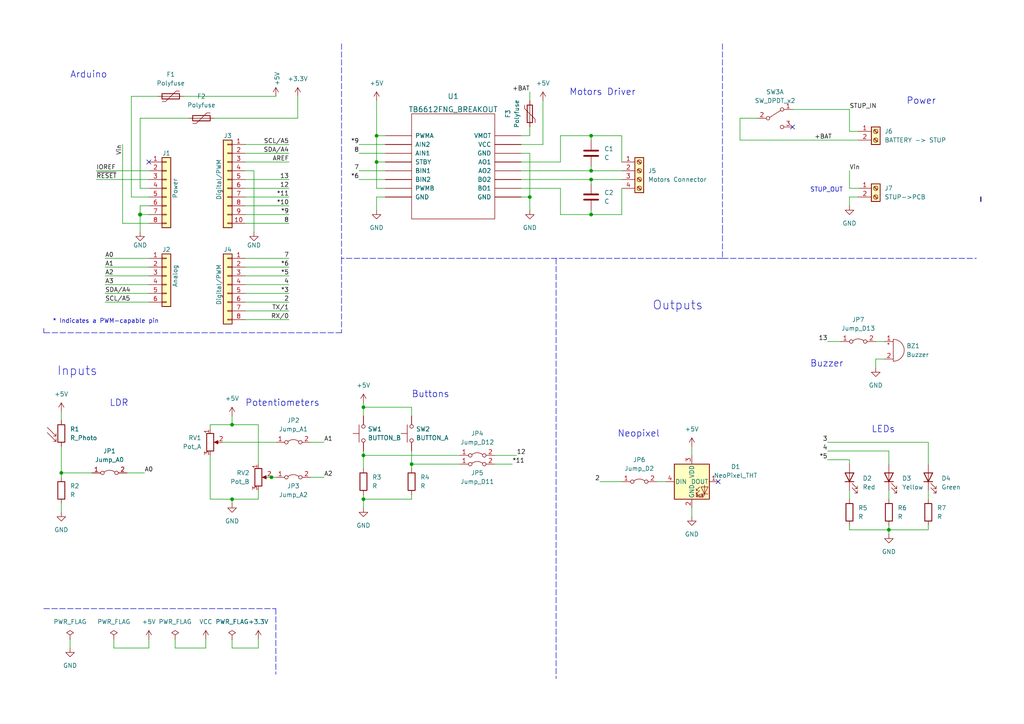
<source format=kicad_sch>
(kicad_sch (version 20211123) (generator eeschema)
  (paper "A4")
  (title_block (date "mar. 31 mars 2015"))
  (lib_symbols
    (symbol "Connector:Screw_Terminal_01x02" (pin_names (offset 1.016) hide)
      (property "Reference" "J" (at 0 2.54 0))
      (property "Value" "Screw_Terminal_01x02" (at 0 -5.08 0))
      (symbol "Screw_Terminal_01x02_1_1"
        (rectangle (start -1.27 1.27) (end 1.27 -3.81) (stroke (width 0.254)) (fill (type background)))
        (circle (center 0 -2.54) (radius 0.635) (stroke (width 0.1524)))
        (polyline (pts (xy -0.5334 -2.2098) (xy 0.3302 -3.048)) (stroke (width 0.1524)))
        (polyline (pts (xy -0.5334 0.3302) (xy 0.3302 -0.508)) (stroke (width 0.1524)))
        (polyline (pts (xy -0.3556 -2.032) (xy 0.508 -2.8702)) (stroke (width 0.1524)))
        (polyline (pts (xy -0.3556 0.508) (xy 0.508 -0.3302)) (stroke (width 0.1524)))
        (circle (center 0 0) (radius 0.635) (stroke (width 0.1524)))
        (pin passive line (at -5.08 0 0) (length 3.81) (name "Pin_1") (number "1"))
        (pin passive line (at -5.08 -2.54 0) (length 3.81) (name "Pin_2") (number "2"))
      )
    )
    (symbol "Connector:Screw_Terminal_01x04" (pin_names (offset 1.016) hide)
      (property "Reference" "J" (at 0 5.08 0))
      (property "Value" "Screw_Terminal_01x04" (at 0 -7.62 0))
      (symbol "Screw_Terminal_01x04_1_1"
        (rectangle (start -1.27 3.81) (end 1.27 -6.35) (stroke (width 0.254)) (fill (type background)))
        (circle (center 0 -5.08) (radius 0.635) (stroke (width 0.1524)))
        (circle (center 0 -2.54) (radius 0.635) (stroke (width 0.1524)))
        (polyline (pts (xy -0.5334 -4.7498) (xy 0.3302 -5.588)) (stroke (width 0.1524)))
        (polyline (pts (xy -0.5334 -2.2098) (xy 0.3302 -3.048)) (stroke (width 0.1524)))
        (polyline (pts (xy -0.5334 0.3302) (xy 0.3302 -0.508)) (stroke (width 0.1524)))
        (polyline (pts (xy -0.5334 2.8702) (xy 0.3302 2.032)) (stroke (width 0.1524)))
        (polyline (pts (xy -0.3556 -4.572) (xy 0.508 -5.4102)) (stroke (width 0.1524)))
        (polyline (pts (xy -0.3556 -2.032) (xy 0.508 -2.8702)) (stroke (width 0.1524)))
        (polyline (pts (xy -0.3556 0.508) (xy 0.508 -0.3302)) (stroke (width 0.1524)))
        (polyline (pts (xy -0.3556 3.048) (xy 0.508 2.2098)) (stroke (width 0.1524)))
        (circle (center 0 0) (radius 0.635) (stroke (width 0.1524)))
        (circle (center 0 2.54) (radius 0.635) (stroke (width 0.1524)))
        (pin passive line (at -5.08 2.54 0) (length 3.81) (name "Pin_1") (number "1"))
        (pin passive line (at -5.08 0 0) (length 3.81) (name "Pin_2") (number "2"))
        (pin passive line (at -5.08 -2.54 0) (length 3.81) (name "Pin_3") (number "3"))
        (pin passive line (at -5.08 -5.08 0) (length 3.81) (name "Pin_4") (number "4"))
      )
    )
    (symbol "Connector_Generic:Conn_01x06" (pin_names (offset 1.016) hide)
      (property "Reference" "J" (at 0 7.62 0))
      (property "Value" "Conn_01x06" (at 0 -10.16 0))
      (symbol "Conn_01x06_1_1"
        (rectangle (start -1.27 -7.493) (end 0 -7.747) (stroke (width 0.1524)))
        (rectangle (start -1.27 -4.953) (end 0 -5.207) (stroke (width 0.1524)))
        (rectangle (start -1.27 -2.413) (end 0 -2.667) (stroke (width 0.1524)))
        (rectangle (start -1.27 0.127) (end 0 -0.127) (stroke (width 0.1524)))
        (rectangle (start -1.27 2.667) (end 0 2.413) (stroke (width 0.1524)))
        (rectangle (start -1.27 5.207) (end 0 4.953) (stroke (width 0.1524)))
        (rectangle (start -1.27 6.35) (end 1.27 -8.89) (stroke (width 0.254)) (fill (type background)))
        (pin passive line (at -5.08 5.08 0) (length 3.81) (name "Pin_1") (number "1"))
        (pin passive line (at -5.08 2.54 0) (length 3.81) (name "Pin_2") (number "2"))
        (pin passive line (at -5.08 0 0) (length 3.81) (name "Pin_3") (number "3"))
        (pin passive line (at -5.08 -2.54 0) (length 3.81) (name "Pin_4") (number "4"))
        (pin passive line (at -5.08 -5.08 0) (length 3.81) (name "Pin_5") (number "5"))
        (pin passive line (at -5.08 -7.62 0) (length 3.81) (name "Pin_6") (number "6"))
      )
    )
    (symbol "Connector_Generic:Conn_01x08" (pin_names (offset 1.016) hide)
      (property "Reference" "J" (at 0 10.16 0))
      (property "Value" "Conn_01x08" (at 0 -12.7 0))
      (symbol "Conn_01x08_1_1"
        (rectangle (start -1.27 -10.033) (end 0 -10.287) (stroke (width 0.1524)))
        (rectangle (start -1.27 -7.493) (end 0 -7.747) (stroke (width 0.1524)))
        (rectangle (start -1.27 -4.953) (end 0 -5.207) (stroke (width 0.1524)))
        (rectangle (start -1.27 -2.413) (end 0 -2.667) (stroke (width 0.1524)))
        (rectangle (start -1.27 0.127) (end 0 -0.127) (stroke (width 0.1524)))
        (rectangle (start -1.27 2.667) (end 0 2.413) (stroke (width 0.1524)))
        (rectangle (start -1.27 5.207) (end 0 4.953) (stroke (width 0.1524)))
        (rectangle (start -1.27 7.747) (end 0 7.493) (stroke (width 0.1524)))
        (rectangle (start -1.27 8.89) (end 1.27 -11.43) (stroke (width 0.254)) (fill (type background)))
        (pin passive line (at -5.08 7.62 0) (length 3.81) (name "Pin_1") (number "1"))
        (pin passive line (at -5.08 5.08 0) (length 3.81) (name "Pin_2") (number "2"))
        (pin passive line (at -5.08 2.54 0) (length 3.81) (name "Pin_3") (number "3"))
        (pin passive line (at -5.08 0 0) (length 3.81) (name "Pin_4") (number "4"))
        (pin passive line (at -5.08 -2.54 0) (length 3.81) (name "Pin_5") (number "5"))
        (pin passive line (at -5.08 -5.08 0) (length 3.81) (name "Pin_6") (number "6"))
        (pin passive line (at -5.08 -7.62 0) (length 3.81) (name "Pin_7") (number "7"))
        (pin passive line (at -5.08 -10.16 0) (length 3.81) (name "Pin_8") (number "8"))
      )
    )
    (symbol "Connector_Generic:Conn_01x10" (pin_names (offset 1.016) hide)
      (property "Reference" "J" (at 0 12.7 0))
      (property "Value" "Conn_01x10" (at 0 -15.24 0))
      (symbol "Conn_01x10_1_1"
        (rectangle (start -1.27 -12.573) (end 0 -12.827) (stroke (width 0.1524)))
        (rectangle (start -1.27 -10.033) (end 0 -10.287) (stroke (width 0.1524)))
        (rectangle (start -1.27 -7.493) (end 0 -7.747) (stroke (width 0.1524)))
        (rectangle (start -1.27 -4.953) (end 0 -5.207) (stroke (width 0.1524)))
        (rectangle (start -1.27 -2.413) (end 0 -2.667) (stroke (width 0.1524)))
        (rectangle (start -1.27 0.127) (end 0 -0.127) (stroke (width 0.1524)))
        (rectangle (start -1.27 2.667) (end 0 2.413) (stroke (width 0.1524)))
        (rectangle (start -1.27 5.207) (end 0 4.953) (stroke (width 0.1524)))
        (rectangle (start -1.27 7.747) (end 0 7.493) (stroke (width 0.1524)))
        (rectangle (start -1.27 10.287) (end 0 10.033) (stroke (width 0.1524)))
        (rectangle (start -1.27 11.43) (end 1.27 -13.97) (stroke (width 0.254)) (fill (type background)))
        (pin passive line (at -5.08 10.16 0) (length 3.81) (name "Pin_1") (number "1"))
        (pin passive line (at -5.08 -12.7 0) (length 3.81) (name "Pin_10") (number "10"))
        (pin passive line (at -5.08 7.62 0) (length 3.81) (name "Pin_2") (number "2"))
        (pin passive line (at -5.08 5.08 0) (length 3.81) (name "Pin_3") (number "3"))
        (pin passive line (at -5.08 2.54 0) (length 3.81) (name "Pin_4") (number "4"))
        (pin passive line (at -5.08 0 0) (length 3.81) (name "Pin_5") (number "5"))
        (pin passive line (at -5.08 -2.54 0) (length 3.81) (name "Pin_6") (number "6"))
        (pin passive line (at -5.08 -5.08 0) (length 3.81) (name "Pin_7") (number "7"))
        (pin passive line (at -5.08 -7.62 0) (length 3.81) (name "Pin_8") (number "8"))
        (pin passive line (at -5.08 -10.16 0) (length 3.81) (name "Pin_9") (number "9"))
      )
    )
    (symbol "Device:Buzzer" (pin_names (offset 0.0254) hide)
      (property "Reference" "BZ" (at 3.81 1.27 0))
      (property "Value" "Buzzer" (at 3.81 -1.27 0))
      (symbol "Buzzer_0_1"
        (arc (start 0 -3.175) (mid 3.175 0) (end 0 3.175))
        (polyline (pts (xy -1.651 1.905) (xy -1.143 1.905)))
        (polyline (pts (xy -1.397 2.159) (xy -1.397 1.651)))
        (polyline (pts (xy 0 3.175) (xy 0 -3.175)))
      )
      (symbol "Buzzer_1_1"
        (pin passive line (at -2.54 2.54 0) (length 2.54) (name "-") (number "1"))
        (pin passive line (at -2.54 -2.54 0) (length 2.54) (name "+") (number "2"))
      )
    )
    (symbol "Device:C" (pin_numbers hide) (pin_names (offset 0.254))
      (property "Reference" "C" (at 0.635 2.54 0))
      (property "Value" "C" (at 0.635 -2.54 0))
      (symbol "C_0_1"
        (polyline (pts (xy -2.032 -0.762) (xy 2.032 -0.762)) (stroke (width 0.508)))
        (polyline (pts (xy -2.032 0.762) (xy 2.032 0.762)) (stroke (width 0.508)))
      )
      (symbol "C_1_1"
        (pin passive line (at 0 3.81 270) (length 2.794) (name "~") (number "1"))
        (pin passive line (at 0 -3.81 90) (length 2.794) (name "~") (number "2"))
      )
    )
    (symbol "Device:LED" (pin_numbers hide) (pin_names (offset 1.016) hide)
      (property "Reference" "D" (at 0 2.54 0))
      (property "Value" "LED" (at 0 -2.54 0))
      (symbol "LED_0_1"
        (polyline (pts (xy -1.27 -1.27) (xy -1.27 1.27)) (stroke (width 0.254)))
        (polyline (pts (xy -1.27 0) (xy 1.27 0)))
        (polyline (pts (xy 1.27 -1.27) (xy 1.27 1.27) (xy -1.27 0) (xy 1.27 -1.27)) (stroke (width 0.254)))
        (polyline (pts (xy -3.048 -0.762) (xy -4.572 -2.286) (xy -3.81 -2.286) (xy -4.572 -2.286) (xy -4.572 -1.524)))
        (polyline (pts (xy -1.778 -0.762) (xy -3.302 -2.286) (xy -2.54 -2.286) (xy -3.302 -2.286) (xy -3.302 -1.524)))
      )
      (symbol "LED_1_1"
        (pin passive line (at -3.81 0 0) (length 2.54) (name "K") (number "1"))
        (pin passive line (at 3.81 0 180) (length 2.54) (name "A") (number "2"))
      )
    )
    (symbol "Device:Polyfuse" (pin_numbers hide) (pin_names (offset 0))
      (property "Reference" "F" (at -2.54 0 90))
      (property "Value" "Polyfuse" (at 2.54 0 90))
      (symbol "Polyfuse_0_1"
        (rectangle (start -0.762 2.54) (end 0.762 -2.54) (stroke (width 0.254)))
        (polyline (pts (xy 0 2.54) (xy 0 -2.54)))
        (polyline (pts (xy -1.524 2.54) (xy -1.524 1.524) (xy 1.524 -1.524) (xy 1.524 -2.54)))
      )
      (symbol "Polyfuse_1_1"
        (pin passive line (at 0 3.81 270) (length 1.27) (name "~") (number "1"))
        (pin passive line (at 0 -3.81 90) (length 1.27) (name "~") (number "2"))
      )
    )
    (symbol "Device:R" (pin_numbers hide) (pin_names (offset 0))
      (property "Reference" "R" (at 2.032 0 90))
      (property "Value" "R" (at 0 0 90))
      (symbol "R_0_1"
        (rectangle (start -1.016 -2.54) (end 1.016 2.54) (stroke (width 0.254)))
      )
      (symbol "R_1_1"
        (pin passive line (at 0 3.81 270) (length 1.27) (name "~") (number "1"))
        (pin passive line (at 0 -3.81 90) (length 1.27) (name "~") (number "2"))
      )
    )
    (symbol "Device:R_Photo" (pin_numbers hide) (pin_names (offset 0))
      (property "Reference" "R" (at 1.27 1.27 0))
      (property "Value" "R_Photo" (at 1.27 0 0))
      (symbol "R_Photo_0_1"
        (rectangle (start -1.016 2.54) (end 1.016 -2.54) (stroke (width 0.254)))
        (polyline (pts (xy -1.524 -2.286) (xy -4.064 0.254)))
        (polyline (pts (xy -1.524 -2.286) (xy -2.286 -2.286)))
        (polyline (pts (xy -1.524 -2.286) (xy -1.524 -1.524)))
        (polyline (pts (xy -1.524 -0.762) (xy -4.064 1.778)))
        (polyline (pts (xy -1.524 -0.762) (xy -2.286 -0.762)))
        (polyline (pts (xy -1.524 -0.762) (xy -1.524 0)))
      )
      (symbol "R_Photo_1_1"
        (pin passive line (at 0 3.81 270) (length 1.27) (name "~") (number "1"))
        (pin passive line (at 0 -3.81 90) (length 1.27) (name "~") (number "2"))
      )
    )
    (symbol "Device:R_Potentiometer" (pin_names (offset 1.016) hide)
      (property "Reference" "RV" (at -4.445 0 90))
      (property "Value" "R_Potentiometer" (at -2.54 0 90))
      (symbol "R_Potentiometer_0_1"
        (polyline (pts (xy 2.54 0) (xy 1.524 0)))
        (polyline (pts (xy 1.143 0) (xy 2.286 0.508) (xy 2.286 -0.508) (xy 1.143 0)) (fill (type outline)))
        (rectangle (start 1.016 2.54) (end -1.016 -2.54) (stroke (width 0.254)))
      )
      (symbol "R_Potentiometer_1_1"
        (pin passive line (at 0 3.81 270) (length 1.27) (name "1") (number "1"))
        (pin passive line (at 3.81 0 180) (length 1.27) (name "2") (number "2"))
        (pin passive line (at 0 -3.81 90) (length 1.27) (name "3") (number "3"))
      )
    )
    (symbol "Jumper:Jumper_2_Bridged" (pin_names (offset 0) hide)
      (property "Reference" "JP" (at 0 1.905 0))
      (property "Value" "Jumper_2_Bridged" (at 0 -2.54 0))
      (symbol "Jumper_2_Bridged_0_0"
        (circle (center -2.032 0) (radius 0.508))
        (circle (center 2.032 0) (radius 0.508))
      )
      (symbol "Jumper_2_Bridged_0_1"
        (arc (start 1.524 0.254) (mid 0 0.762) (end -1.524 0.254))
      )
      (symbol "Jumper_2_Bridged_1_1"
        (pin passive line (at -5.08 0 0) (length 2.54) (name "A") (number "1"))
        (pin passive line (at 5.08 0 180) (length 2.54) (name "B") (number "2"))
      )
    )
    (symbol "LED:NeoPixel_THT" (pin_names (offset 0.254))
      (property "Reference" "D" (at 5.08 5.715 0))
      (property "Value" "NeoPixel_THT" (at 1.27 -5.715 0))
      (symbol "NeoPixel_THT_0_0"
        (text "RGB" (at 2.286 -4.191 0) (effects (font (size 0.762 0.762))))
      )
      (symbol "NeoPixel_THT_0_1"
        (polyline (pts (xy 1.27 -3.556) (xy 1.778 -3.556)))
        (polyline (pts (xy 1.27 -2.54) (xy 1.778 -2.54)))
        (polyline (pts (xy 4.699 -3.556) (xy 2.667 -3.556)))
        (polyline (pts (xy 2.286 -2.54) (xy 1.27 -3.556) (xy 1.27 -3.048)))
        (polyline (pts (xy 2.286 -1.524) (xy 1.27 -2.54) (xy 1.27 -2.032)))
        (polyline (pts (xy 3.683 -1.016) (xy 3.683 -3.556) (xy 3.683 -4.064)))
        (polyline (pts (xy 4.699 -1.524) (xy 2.667 -1.524) (xy 3.683 -3.556) (xy 4.699 -1.524)))
        (rectangle (start 5.08 5.08) (end -5.08 -5.08) (stroke (width 0.254)) (fill (type background)))
      )
      (symbol "NeoPixel_THT_1_1"
        (pin output line (at 7.62 0 180) (length 2.54) (name "DOUT") (number "1"))
        (pin power_in line (at 0 -7.62 90) (length 2.54) (name "GND") (number "2"))
        (pin power_in line (at 0 7.62 270) (length 2.54) (name "VDD") (number "3"))
        (pin input line (at -7.62 0 0) (length 2.54) (name "DIN") (number "4"))
      )
    )
    (symbol "Switch:SW_DPDT_x2" (pin_names (offset 0) hide)
      (property "Reference" "SW" (at 0 4.318 0))
      (property "Value" "SW_DPDT_x2" (at 0 -5.08 0))
      (symbol "SW_DPDT_x2_0_0"
        (circle (center -2.032 0) (radius 0.508))
        (circle (center 2.032 -2.54) (radius 0.508))
      )
      (symbol "SW_DPDT_x2_0_1"
        (polyline (pts (xy -1.524 0.254) (xy 1.651 2.286)))
        (circle (center 2.032 2.54) (radius 0.508))
      )
      (symbol "SW_DPDT_x2_1_1"
        (pin passive line (at 5.08 2.54 180) (length 2.54) (name "A") (number "1"))
        (pin passive line (at -5.08 0 0) (length 2.54) (name "B") (number "2"))
        (pin passive line (at 5.08 -2.54 180) (length 2.54) (name "C") (number "3"))
      )
      (symbol "SW_DPDT_x2_2_1"
        (pin passive line (at 5.08 2.54 180) (length 2.54) (name "A") (number "4"))
        (pin passive line (at -5.08 0 0) (length 2.54) (name "B") (number "5"))
        (pin passive line (at 5.08 -2.54 180) (length 2.54) (name "C") (number "6"))
      )
    )
    (symbol "Switch:SW_Push" (pin_numbers hide) (pin_names (offset 1.016) hide)
      (property "Reference" "SW" (at 1.27 2.54 0))
      (property "Value" "SW_Push" (at 0 -1.524 0))
      (symbol "SW_Push_0_1"
        (circle (center -2.032 0) (radius 0.508))
        (polyline (pts (xy 0 1.27) (xy 0 3.048)))
        (polyline (pts (xy 2.54 1.27) (xy -2.54 1.27)))
        (circle (center 2.032 0) (radius 0.508))
        (pin passive line (at -5.08 0 0) (length 2.54) (name "1") (number "1"))
        (pin passive line (at 5.08 0 180) (length 2.54) (name "2") (number "2"))
      )
    )
    (symbol "bl_kicad:TB6612FNG_BREAKOUT" (pin_numbers hide) (pin_names (offset 1.016))
      (property "Reference" "U" (at 13.97 15.24 0))
      (property "Value" "TB6612FNG_BREAKOUT" (at 0 1.27 90))
      (symbol "TB6612FNG_BREAKOUT_0_1"
        (rectangle (start -12.7 16.51) (end 11.43 -13.97))
      )
      (symbol "TB6612FNG_BREAKOUT_1_1"
        (pin input line (at -20.32 10.16 0) (length 7.62) (name "VMOT") (number "1"))
        (pin input line (at 19.05 -5.08 180) (length 7.62) (name "PWMB") (number "10"))
        (pin input line (at 19.05 -2.54 180) (length 7.62) (name "BIN2") (number "11"))
        (pin input line (at 19.05 0 180) (length 7.62) (name "BIN1") (number "12"))
        (pin input line (at 19.05 2.54 180) (length 7.62) (name "STBY") (number "13"))
        (pin input line (at 19.05 5.08 180) (length 7.62) (name "AIN1") (number "14"))
        (pin input line (at 19.05 7.62 180) (length 7.62) (name "AIN2") (number "15"))
        (pin input line (at 19.05 10.16 180) (length 7.62) (name "PWMA") (number "16"))
        (pin input line (at -20.32 7.62 0) (length 7.62) (name "VCC") (number "2"))
        (pin input line (at -20.32 5.08 0) (length 7.62) (name "GND") (number "3"))
        (pin output line (at -20.32 2.54 0) (length 7.62) (name "AO1") (number "4"))
        (pin output line (at -20.32 0 0) (length 7.62) (name "AO2") (number "5"))
        (pin output line (at -20.32 -2.54 0) (length 7.62) (name "BO2") (number "6"))
        (pin output line (at -20.32 -5.08 0) (length 7.62) (name "BO1") (number "7"))
        (pin input line (at -20.32 -7.62 0) (length 7.62) (name "GND") (number "8"))
        (pin input line (at 19.05 -7.62 180) (length 7.62) (name "GND") (number "9"))
      )
    )
    (symbol "power:+3.3V" (power) (pin_names (offset 0))
      (property "Value" "+3.3V" (at 0 3.556 0))
      (symbol "+3.3V_0_1"
        (polyline (pts (xy -0.762 1.27) (xy 0 2.54)))
        (polyline (pts (xy 0 0) (xy 0 2.54)))
        (polyline (pts (xy 0 2.54) (xy 0.762 1.27)))
      )
      (symbol "+3.3V_1_1"
        (pin power_in line (at 0 0 90) (length 0) hide (name "+3.3V") (number "1"))
      )
    )
    (symbol "power:+5V" (power) (pin_names (offset 0))
      (property "Value" "+5V" (at 0 3.556 0))
      (symbol "+5V_0_1"
        (polyline (pts (xy -0.762 1.27) (xy 0 2.54)))
        (polyline (pts (xy 0 0) (xy 0 2.54)))
        (polyline (pts (xy 0 2.54) (xy 0.762 1.27)))
      )
      (symbol "+5V_1_1"
        (pin power_in line (at 0 0 90) (length 0) hide (name "+5V") (number "1"))
      )
    )
    (symbol "power:GND" (power) (pin_names (offset 0))
      (property "Value" "GND" (at 0 -3.81 0))
      (symbol "GND_0_1"
        (polyline (pts (xy 0 0) (xy 0 -1.27) (xy 1.27 -1.27) (xy 0 -2.54) (xy -1.27 -1.27) (xy 0 -1.27)))
      )
      (symbol "GND_1_1"
        (pin power_in line (at 0 0 270) (length 0) hide (name "GND") (number "1"))
      )
    )
    (symbol "power:PWR_FLAG" (power) (pin_numbers hide) (pin_names (offset 0) hide)
      (property "Value" "PWR_FLAG" (at 0 3.81 0))
      (symbol "PWR_FLAG_0_0"
        (pin power_out line (at 0 0 90) (length 0) (name "pwr") (number "1"))
      )
      (symbol "PWR_FLAG_0_1"
        (polyline (pts (xy 0 0) (xy 0 1.27) (xy -1.016 1.905) (xy 0 2.54) (xy 1.016 1.905) (xy 0 1.27)))
      )
    )
    (symbol "power:VCC" (power) (pin_names (offset 0))
      (property "Value" "VCC" (at 0 3.81 0))
      (symbol "VCC_0_1"
        (polyline (pts (xy -0.762 1.27) (xy 0 2.54)))
        (polyline (pts (xy 0 0) (xy 0 2.54)))
        (polyline (pts (xy 0 2.54) (xy 0.762 1.27)))
      )
      (symbol "VCC_1_1"
        (pin power_in line (at 0 0 90) (length 0) hide (name "VCC") (number "1"))
      )
    )
  )
  (junction (at 119.38 134.62))
  (junction (at 171.45 39.37))
  (junction (at 17.78 137.16))
  (junction (at 40.64 62.23) (diameter 1.016))
  (junction (at 105.41 132.08))
  (junction (at 78.74 138.43))
  (junction (at 105.41 118.11))
  (junction (at 109.22 39.37))
  (junction (at 171.45 62.23))
  (junction (at 257.81 153.67))
  (junction (at 153.67 57.15))
  (junction (at 109.22 46.99))
  (junction (at 67.31 144.78))
  (junction (at 171.45 49.53))
  (junction (at 105.41 144.78))
  (junction (at 67.31 123.19))
  (junction (at 171.45 52.07))
  (no_connect (at 229.87 36.83))
  (no_connect (at 43.18 46.99))
  (no_connect (at 208.28 139.7))
  (wire (pts (xy 71.12 92.71) (xy 83.82 92.71)))
  (wire (pts (xy 257.81 142.24) (xy 257.81 144.78)))
  (wire (pts (xy 17.78 119.38) (xy 17.78 121.92)))
  (polyline (pts (xy 209.55 12.7) (xy 209.55 66.04)))
  (polyline (pts (xy 209.55 74.93) (xy 99.06 74.93)))
  (wire (pts (xy 71.12 59.69) (xy 83.82 59.69)))
  (wire (pts (xy 246.38 134.62) (xy 246.38 133.35)))
  (wire (pts (xy 240.03 133.35) (xy 246.38 133.35)))
  (wire (pts (xy 74.93 123.19) (xy 74.93 134.62)))
  (wire (pts (xy 162.56 46.99) (xy 162.56 39.37)))
  (wire (pts (xy 71.12 41.91) (xy 83.82 41.91)))
  (wire (pts (xy 17.78 146.05) (xy 17.78 148.59)))
  (wire (pts (xy 40.64 34.29) (xy 54.61 34.29)))
  (wire (pts (xy 86.36 27.94) (xy 86.36 34.29)))
  (wire (pts (xy 153.67 44.45) (xy 153.67 57.15)))
  (wire (pts (xy 151.13 49.53) (xy 171.45 49.53)))
  (wire (pts (xy 78.74 138.43) (xy 80.01 138.43)))
  (wire (pts (xy 257.81 134.62) (xy 257.81 130.81)))
  (wire (pts (xy 119.38 134.62) (xy 119.38 135.89)))
  (wire (pts (xy 40.64 59.69) (xy 40.64 62.23)))
  (wire (pts (xy 248.92 57.15) (xy 246.38 57.15)))
  (wire (pts (xy 30.48 87.63) (xy 43.18 87.63)))
  (wire (pts (xy 90.17 138.43) (xy 93.98 138.43)))
  (wire (pts (xy 17.78 129.54) (xy 17.78 137.16)))
  (wire (pts (xy 269.24 134.62) (xy 269.24 128.27)))
  (wire (pts (xy 60.96 123.19) (xy 67.31 123.19)))
  (wire (pts (xy 254 99.06) (xy 256.54 99.06)))
  (wire (pts (xy 105.41 132.08) (xy 105.41 135.89)))
  (wire (pts (xy 240.03 99.06) (xy 243.84 99.06)))
  (wire (pts (xy 105.41 132.08) (xy 133.35 132.08)))
  (wire (pts (xy 200.66 147.32) (xy 200.66 149.86)))
  (wire (pts (xy 171.45 52.07) (xy 180.34 52.07)))
  (wire (pts (xy 40.64 62.23) (xy 40.64 67.31)))
  (wire (pts (xy 67.31 123.19) (xy 74.93 123.19)))
  (wire (pts (xy 38.1 27.94) (xy 45.72 27.94)))
  (wire (pts (xy 40.64 54.61) (xy 43.18 54.61)))
  (wire (pts (xy 162.56 39.37) (xy 171.45 39.37)))
  (wire (pts (xy 38.1 57.15) (xy 43.18 57.15)))
  (wire (pts (xy 171.45 39.37) (xy 180.34 39.37)))
  (wire (pts (xy 240.03 130.81) (xy 257.81 130.81)))
  (wire (pts (xy 240.03 128.27) (xy 269.24 128.27)))
  (wire (pts (xy 143.51 134.62) (xy 148.59 134.62)))
  (wire (pts (xy 71.12 52.07) (xy 83.82 52.07)))
  (polyline (pts (xy 99.06 74.93) (xy 99.06 96.52)))
  (wire (pts (xy 71.12 74.93) (xy 83.82 74.93)))
  (wire (pts (xy 43.18 74.93) (xy 30.48 74.93)))
  (wire (pts (xy 104.14 41.91) (xy 111.76 41.91)))
  (wire (pts (xy 71.12 54.61) (xy 83.82 54.61)))
  (wire (pts (xy 173.99 139.7) (xy 180.34 139.7)))
  (wire (pts (xy 20.32 185.42) (xy 20.32 187.96)))
  (polyline (pts (xy 99.06 96.52) (xy 12.7 96.52)))
  (wire (pts (xy 71.12 77.47) (xy 83.82 77.47)))
  (wire (pts (xy 17.78 137.16) (xy 17.78 138.43)))
  (wire (pts (xy 60.96 124.46) (xy 60.96 123.19)))
  (wire (pts (xy 153.67 39.37) (xy 153.67 36.83)))
  (wire (pts (xy 67.31 185.42) (xy 67.31 187.96)))
  (wire (pts (xy 104.14 44.45) (xy 111.76 44.45)))
  (wire (pts (xy 74.93 144.78) (xy 74.93 142.24)))
  (wire (pts (xy 60.96 132.08) (xy 60.96 144.78)))
  (wire (pts (xy 67.31 144.78) (xy 67.31 146.05)))
  (wire (pts (xy 77.47 138.43) (xy 78.74 138.43)))
  (wire (pts (xy 119.38 134.62) (xy 133.35 134.62)))
  (wire (pts (xy 151.13 46.99) (xy 162.56 46.99)))
  (wire (pts (xy 105.41 118.11) (xy 105.41 120.65)))
  (wire (pts (xy 246.38 57.15) (xy 246.38 59.69)))
  (wire (pts (xy 71.12 62.23) (xy 83.82 62.23)))
  (wire (pts (xy 153.67 26.67) (xy 153.67 29.21)))
  (polyline (pts (xy 12.7 176.53) (xy 80.01 176.53)))
  (polyline (pts (xy 209.55 74.93) (xy 283.21 74.93)))
  (wire (pts (xy 246.38 142.24) (xy 246.38 144.78)))
  (wire (pts (xy 71.12 82.55) (xy 83.82 82.55)))
  (wire (pts (xy 190.5 139.7) (xy 193.04 139.7)))
  (wire (pts (xy 269.24 152.4) (xy 269.24 153.67)))
  (wire (pts (xy 171.45 49.53) (xy 180.34 49.53)))
  (wire (pts (xy 248.92 54.61) (xy 246.38 54.61)))
  (wire (pts (xy 27.94 49.53) (xy 43.18 49.53)))
  (wire (pts (xy 153.67 57.15) (xy 153.67 60.96)))
  (wire (pts (xy 254 104.14) (xy 256.54 104.14)))
  (wire (pts (xy 64.77 128.27) (xy 80.01 128.27)))
  (wire (pts (xy 109.22 46.99) (xy 111.76 46.99)))
  (wire (pts (xy 40.64 34.29) (xy 40.64 54.61)))
  (wire (pts (xy 43.18 185.42) (xy 43.18 187.96)))
  (wire (pts (xy 111.76 54.61) (xy 109.22 54.61)))
  (wire (pts (xy 248.92 38.1) (xy 246.38 38.1)))
  (wire (pts (xy 162.56 54.61) (xy 162.56 62.23)))
  (wire (pts (xy 73.66 49.53) (xy 73.66 67.31)))
  (wire (pts (xy 214.63 40.64) (xy 214.63 34.29)))
  (wire (pts (xy 151.13 39.37) (xy 153.67 39.37)))
  (wire (pts (xy 50.8 185.42) (xy 50.8 187.96)))
  (wire (pts (xy 109.22 29.21) (xy 109.22 39.37)))
  (wire (pts (xy 105.41 144.78) (xy 105.41 147.32)))
  (wire (pts (xy 71.12 46.99) (xy 83.82 46.99)))
  (wire (pts (xy 180.34 46.99) (xy 180.34 39.37)))
  (wire (pts (xy 200.66 129.54) (xy 200.66 132.08)))
  (wire (pts (xy 257.81 153.67) (xy 269.24 153.67)))
  (bus (pts (xy 284.48 57.15) (xy 284.48 58.42)))
  (wire (pts (xy 43.18 80.01) (xy 30.48 80.01)))
  (wire (pts (xy 27.94 52.07) (xy 43.18 52.07)))
  (wire (pts (xy 74.93 187.96) (xy 74.93 185.42)))
  (wire (pts (xy 43.18 62.23) (xy 40.64 62.23)))
  (wire (pts (xy 171.45 39.37) (xy 171.45 40.64)))
  (wire (pts (xy 90.17 128.27) (xy 93.98 128.27)))
  (wire (pts (xy 171.45 48.26) (xy 171.45 49.53)))
  (polyline (pts (xy 161.29 74.93) (xy 161.29 196.85)))
  (wire (pts (xy 157.48 29.21) (xy 157.48 41.91)))
  (wire (pts (xy 109.22 57.15) (xy 109.22 60.96)))
  (wire (pts (xy 151.13 52.07) (xy 171.45 52.07)))
  (wire (pts (xy 43.18 64.77) (xy 35.56 64.77)))
  (wire (pts (xy 59.69 185.42) (xy 59.69 187.96)))
  (wire (pts (xy 246.38 31.75) (xy 229.87 31.75)))
  (wire (pts (xy 30.48 77.47) (xy 43.18 77.47)))
  (wire (pts (xy 151.13 54.61) (xy 162.56 54.61)))
  (wire (pts (xy 143.51 132.08) (xy 149.86 132.08)))
  (wire (pts (xy 67.31 144.78) (xy 74.93 144.78)))
  (wire (pts (xy 38.1 27.94) (xy 38.1 57.15)))
  (wire (pts (xy 105.41 116.84) (xy 105.41 118.11)))
  (wire (pts (xy 171.45 60.96) (xy 171.45 62.23)))
  (wire (pts (xy 151.13 41.91) (xy 157.48 41.91)))
  (wire (pts (xy 254 106.68) (xy 254 104.14)))
  (wire (pts (xy 60.96 144.78) (xy 67.31 144.78)))
  (wire (pts (xy 109.22 46.99) (xy 109.22 54.61)))
  (wire (pts (xy 180.34 54.61) (xy 180.34 62.23)))
  (wire (pts (xy 67.31 187.96) (xy 74.93 187.96)))
  (wire (pts (xy 71.12 49.53) (xy 73.66 49.53)))
  (wire (pts (xy 171.45 52.07) (xy 171.45 53.34)))
  (polyline (pts (xy 209.55 66.04) (xy 209.55 74.93)))
  (wire (pts (xy 43.18 59.69) (xy 40.64 59.69)))
  (polyline (pts (xy 99.06 12.7) (xy 99.06 74.93)))
  (wire (pts (xy 257.81 152.4) (xy 257.81 153.67)))
  (wire (pts (xy 50.8 187.96) (xy 59.69 187.96)))
  (wire (pts (xy 71.12 57.15) (xy 83.82 57.15)))
  (wire (pts (xy 246.38 38.1) (xy 246.38 31.75)))
  (wire (pts (xy 171.45 62.23) (xy 162.56 62.23)))
  (wire (pts (xy 269.24 142.24) (xy 269.24 144.78)))
  (wire (pts (xy 171.45 62.23) (xy 180.34 62.23)))
  (wire (pts (xy 71.12 80.01) (xy 83.82 80.01)))
  (wire (pts (xy 17.78 137.16) (xy 26.67 137.16)))
  (wire (pts (xy 30.48 82.55) (xy 43.18 82.55)))
  (wire (pts (xy 246.38 49.53) (xy 246.38 54.61)))
  (wire (pts (xy 257.81 153.67) (xy 257.81 154.94)))
  (wire (pts (xy 105.41 130.81) (xy 105.41 132.08)))
  (wire (pts (xy 36.83 137.16) (xy 41.91 137.16)))
  (wire (pts (xy 109.22 39.37) (xy 109.22 46.99)))
  (wire (pts (xy 151.13 57.15) (xy 153.67 57.15)))
  (wire (pts (xy 119.38 118.11) (xy 105.41 118.11)))
  (wire (pts (xy 246.38 152.4) (xy 246.38 153.67)))
  (wire (pts (xy 151.13 44.45) (xy 153.67 44.45)))
  (wire (pts (xy 33.02 185.42) (xy 33.02 187.96)))
  (wire (pts (xy 109.22 39.37) (xy 111.76 39.37)))
  (wire (pts (xy 104.14 49.53) (xy 111.76 49.53)))
  (wire (pts (xy 71.12 44.45) (xy 83.82 44.45)))
  (polyline (pts (xy 12.7 95.25) (xy 12.7 96.52)))
  (wire (pts (xy 62.23 34.29) (xy 86.36 34.29)))
  (wire (pts (xy 71.12 87.63) (xy 83.82 87.63)))
  (wire (pts (xy 214.63 34.29) (xy 219.71 34.29)))
  (wire (pts (xy 246.38 153.67) (xy 257.81 153.67)))
  (wire (pts (xy 111.76 57.15) (xy 109.22 57.15)))
  (wire (pts (xy 71.12 85.09) (xy 83.82 85.09)))
  (wire (pts (xy 104.14 52.07) (xy 111.76 52.07)))
  (wire (pts (xy 214.63 40.64) (xy 248.92 40.64)))
  (wire (pts (xy 119.38 130.81) (xy 119.38 134.62)))
  (wire (pts (xy 119.38 144.78) (xy 105.41 144.78)))
  (polyline (pts (xy 80.01 176.53) (xy 80.01 195.58)))
  (wire (pts (xy 71.12 90.17) (xy 83.82 90.17)))
  (wire (pts (xy 35.56 64.77) (xy 35.56 41.91)))
  (wire (pts (xy 53.34 27.94) (xy 80.01 27.94)))
  (wire (pts (xy 119.38 120.65) (xy 119.38 118.11)))
  (wire (pts (xy 33.02 187.96) (xy 43.18 187.96)))
  (wire (pts (xy 43.18 85.09) (xy 30.48 85.09)))
  (wire (pts (xy 67.31 120.65) (xy 67.31 123.19)))
  (wire (pts (xy 119.38 143.51) (xy 119.38 144.78)))
  (wire (pts (xy 71.12 64.77) (xy 83.82 64.77)))
  (wire (pts (xy 105.41 143.51) (xy 105.41 144.78)))
  (text "Buzzer" (at 234.95 106.68 0) (effects (font (size 1.905 1.905)) (justify left bottom)))
  (text "Potentiometers" (at 71.12 118.11 0) (effects (font (size 1.905 1.905)) (justify left bottom)))
  (text "LDR" (at 31.75 118.11 0) (effects (font (size 1.905 1.905)) (justify left bottom)))
  (text "Motors Driver" (at 165.1 27.94 0) (effects (font (size 1.905 1.905)) (justify left bottom)))
  (text "LEDs" (at 252.73 125.73 0) (effects (font (size 1.905 1.905)) (justify left bottom)))
  (text "Outputs" (at 189.23 90.17 0) (effects (font (size 2.54 2.54)) (justify left bottom)))
  (text "Buttons" (at 119.38 115.57 0) (effects (font (size 1.905 1.905)) (justify left bottom)))
  (text "Power" (at 262.89 30.48 0) (effects (font (size 1.905 1.905)) (justify left bottom)))
  (text "Inputs" (at 16.51 109.22 0) (effects (font (size 2.54 2.54)) (justify left bottom)))
  (text "Neopixel" (at 179.07 127 0) (effects (font (size 1.905 1.905)) (justify left bottom)))
  (text "Arduino" (at 20.32 22.86 0) (effects (font (size 1.905 1.905)) (justify left bottom)))
  (text "* Indicates a PWM-capable pin" (at 15.24 93.98 0) (effects (font (size 1.27 1.27)) (justify left bottom)))
  (text "STUP_OUT\n" (at 234.95 55.88 0) (effects (font (size 1.27 1.27)) (justify left bottom)))
  (label "8" (at 104.14 44.45 180))
  (label "RX{slash}0" (at 83.82 92.71 180))
  (label "A2" (at 30.48 80.01 0))
  (label "4" (at 83.82 82.55 180))
  (label "3" (at 240.03 128.27 180))
  (label "STUP_IN" (at 246.38 31.75 0))
  (label "2" (at 83.82 87.63 180))
  (label "A3" (at 30.48 82.55 0))
  (label "*11" (at 148.59 134.62 0))
  (label "13" (at 83.82 52.07 180))
  (label "12" (at 83.82 54.61 180))
  (label "~{RESET}" (at 27.94 52.07 0))
  (label "4" (at 240.03 130.81 180))
  (label "*10" (at 83.82 59.69 180))
  (label "Vin" (at 246.38 49.53 0))
  (label "7" (at 104.14 49.53 180))
  (label "+BAT" (at 153.67 26.67 180))
  (label "7" (at 83.82 74.93 180))
  (label "SDA{slash}A4" (at 83.82 44.45 180))
  (label "8" (at 83.82 64.77 180))
  (label "*11" (at 83.82 57.15 180))
  (label "*3" (at 83.82 85.09 180))
  (label "*9" (at 104.14 41.91 180))
  (label "12" (at 149.86 132.08 0))
  (label "A1" (at 30.48 77.47 0))
  (label "TX{slash}1" (at 83.82 90.17 180))
  (label "A0" (at 30.48 74.93 0))
  (label "2" (at 173.99 139.7 180))
  (label "AREF" (at 83.82 46.99 180))
  (label "A2" (at 93.98 138.43 0))
  (label "Vin" (at 35.56 41.91 270))
  (label "*6" (at 83.82 77.47 180))
  (label "SCL{slash}A5" (at 83.82 41.91 180))
  (label "*9" (at 83.82 62.23 180))
  (label "+BAT" (at 241.3 40.64 180))
  (label "13" (at 240.03 99.06 180))
  (label "*5" (at 83.82 80.01 180))
  (label "A1" (at 93.98 128.27 0))
  (label "IOREF" (at 27.94 49.53 0))
  (label "*6" (at 104.14 52.07 180))
  (label "SDA{slash}A4" (at 30.48 85.09 0))
  (label "A0" (at 41.91 137.16 0))
  (label "SCL{slash}A5" (at 30.48 87.63 0))
  (label "*5" (at 240.03 133.35 180))
  (symbol (lib_id "Connector_Generic:Conn_01x08") (at 48.26 54.61 0) (unit 1)
    (property "Reference" "J1" (at 48.26 44.45 0))
    (property "Value" "Power" (at 50.8 54.61 90))
    (property "Footprint" "Connector_PinSocket_2.54mm:PinSocket_1x08_P2.54mm_Vertical" (effects hide))
  )
  (symbol (lib_id "power:+5V") (at 80.01 27.94 0) (unit 1)
    (property "Reference" "#PWR010" (effects hide))
    (property "Value" "+5V" (at 80.3656 24.892 90) (effects (justify left)))
  )
  (symbol (lib_id "power:GND") (at 40.64 67.31 0) (unit 1)
    (property "Reference" "#PWR05" (effects hide))
    (property "Value" "GND" (at 40.64 71.12 0))
  )
  (symbol (lib_id "Connector_Generic:Conn_01x10") (at 66.04 52.07 0) (mirror y) (unit 1)
    (property "Reference" "J3" (at 66.04 39.37 0))
    (property "Value" "Digital/PWM" (at 63.5 52.07 90))
    (property "Footprint" "Connector_PinSocket_2.54mm:PinSocket_1x10_P2.54mm_Vertical" (effects hide))
  )
  (symbol (lib_id "power:GND") (at 73.66 67.31 0) (unit 1)
    (property "Reference" "#PWR09" (effects hide))
    (property "Value" "GND" (at 73.66 71.12 0))
  )
  (symbol (lib_id "Connector_Generic:Conn_01x06") (at 48.26 80.01 0) (unit 1)
    (property "Reference" "J2" (at 48.26 72.39 0))
    (property "Value" "Analog" (at 50.8 80.01 90))
    (property "Footprint" "Connector_PinSocket_2.54mm:PinSocket_1x06_P2.54mm_Vertical" (effects hide))
  )
  (symbol (lib_id "Connector_Generic:Conn_01x08") (at 66.04 82.55 0) (mirror y) (unit 1)
    (property "Reference" "J4" (at 66.04 72.39 0))
    (property "Value" "Digital/PWM" (at 63.5 82.55 90))
    (property "Footprint" "Connector_PinSocket_2.54mm:PinSocket_1x08_P2.54mm_Vertical" (effects hide))
  )
  (symbol (lib_id "Device:R_Photo") (at 17.78 125.73 0) (unit 1)
    (property "Reference" "R1" (at 20.32 124.4599 0) (effects (justify left)))
    (property "Value" "R_Photo" (at 20.32 126.9999 0) (effects (justify left)))
  )
  (symbol (lib_id "power:+3.3V") (at 86.36 27.94 0) (unit 1)
    (property "Reference" "#PWR0102" (effects hide))
    (property "Value" "+3.3V" (at 86.36 22.86 0))
  )
  (symbol (lib_id "power:+3.3V") (at 74.93 185.42 0) (unit 1)
    (property "Reference" "#PWR0103" (effects hide))
    (property "Value" "+3.3V" (at 74.93 180.34 0))
  )
  (symbol (lib_id "Switch:SW_Push") (at 119.38 125.73 90) (unit 1)
    (property "Reference" "SW2" (at 120.65 124.4599 90) (effects (justify right)))
    (property "Value" "BUTTON_A" (at 120.65 126.9999 90) (effects (justify right)))
  )
  (symbol (lib_id "power:GND") (at 246.38 59.69 0) (unit 1)
    (property "Reference" "#PWR021" (effects hide))
    (property "Value" "GND" (at 246.38 64.77 0))
  )
  (symbol (lib_id "power:PWR_FLAG") (at 20.32 185.42 0) (unit 1)
    (property "Reference" "#FLG01" (effects hide))
    (property "Value" "PWR_FLAG" (at 20.32 180.34 0))
  )
  (symbol (lib_id "Switch:SW_Push") (at 105.41 125.73 90) (unit 1)
    (property "Reference" "SW1" (at 106.68 124.4599 90) (effects (justify right)))
    (property "Value" "BUTTON_B" (at 106.68 126.9999 90) (effects (justify right)))
  )
  (symbol (lib_id "power:+5V") (at 43.18 185.42 0) (unit 1)
    (property "Reference" "#PWR06" (effects hide))
    (property "Value" "+5V" (at 43.18 180.34 0))
  )
  (symbol (lib_id "Device:R") (at 269.24 148.59 0) (unit 1)
    (property "Reference" "R7" (at 271.78 147.3199 0) (effects (justify left)))
    (property "Value" "R" (at 271.78 149.8599 0) (effects (justify left)))
  )
  (symbol (lib_id "Device:Polyfuse") (at 153.67 33.02 180) (unit 1)
    (property "Reference" "F3" (at 147.32 33.02 90))
    (property "Value" "Polyfuse" (at 149.86 33.02 90))
    (property "Footprint" "Fuse:Fuse_BelFuse_0ZRE0005FF_L8.3mm_W3.8mm" (effects hide))
  )
  (symbol (lib_id "Device:R") (at 246.38 148.59 0) (unit 1)
    (property "Reference" "R5" (at 248.92 147.3199 0) (effects (justify left)))
    (property "Value" "R" (at 248.92 149.8599 0) (effects (justify left)))
  )
  (symbol (lib_id "power:GND") (at 17.78 148.59 0) (unit 1)
    (property "Reference" "#PWR02" (effects hide))
    (property "Value" "GND" (at 17.78 153.67 0))
  )
  (symbol (lib_id "Connector:Screw_Terminal_01x04") (at 185.42 49.53 0) (unit 1)
    (property "Reference" "J5" (at 187.96 49.5299 0) (effects (justify left)))
    (property "Value" "Motors Connector" (at 187.96 52.0699 0) (effects (justify left)))
    (property "Footprint" "TerminalBlock:TerminalBlock_bornier-4_P5.08mm" (effects hide))
  )
  (symbol (lib_id "power:GND") (at 257.81 154.94 0) (unit 1)
    (property "Reference" "#PWR023" (effects hide))
    (property "Value" "GND" (at 257.81 160.02 0))
  )
  (symbol (lib_id "Device:LED") (at 257.81 138.43 90) (unit 1)
    (property "Reference" "D3" (at 261.62 138.7474 90) (effects (justify right)))
    (property "Value" "Yellow" (at 261.62 141.2874 90) (effects (justify right)))
  )
  (symbol (lib_id "Connector:Screw_Terminal_01x02") (at 254 54.61 0) (unit 1)
    (property "Reference" "J7" (at 256.54 54.6099 0) (effects (justify left)))
    (property "Value" "STUP->PCB" (at 256.54 57.1499 0) (effects (justify left)))
    (property "Footprint" "TerminalBlock:TerminalBlock_bornier-2_P5.08mm" (effects hide))
  )
  (symbol (lib_id "Device:Polyfuse") (at 49.53 27.94 90) (unit 1)
    (property "Reference" "F1" (at 49.53 21.59 90))
    (property "Value" "Polyfuse" (at 49.53 24.13 90))
    (property "Footprint" "Fuse:Fuse_BelFuse_0ZRE0005FF_L8.3mm_W3.8mm" (effects hide))
  )
  (symbol (lib_id "Switch:SW_DPDT_x2") (at 224.79 34.29 0) (unit 1)
    (property "Reference" "SW3" (at 224.79 26.67 0))
    (property "Value" "SW_DPDT_x2" (at 224.79 29.21 0))
  )
  (symbol (lib_id "Jumper:Jumper_2_Bridged") (at 248.92 99.06 0) (unit 1)
    (property "Reference" "JP7" (at 248.92 92.71 0))
    (property "Value" "Jump_D13" (at 248.92 95.25 0))
    (property "Footprint" "Connector_PinHeader_2.54mm:PinHeader_1x02_P2.54mm_Vertical" (effects hide))
  )
  (symbol (lib_id "power:PWR_FLAG") (at 50.8 185.42 0) (unit 1)
    (property "Reference" "#FLG0102" (effects hide))
    (property "Value" "PWR_FLAG" (at 50.8 180.34 0))
  )
  (symbol (lib_id "power:VCC") (at 59.69 185.42 0) (unit 1)
    (property "Reference" "#PWR0101" (effects hide))
    (property "Value" "VCC" (at 59.69 180.34 0))
  )
  (symbol (lib_id "Device:R") (at 257.81 148.59 0) (unit 1)
    (property "Reference" "R6" (at 260.35 147.3199 0) (effects (justify left)))
    (property "Value" "R" (at 260.35 149.8599 0) (effects (justify left)))
  )
  (symbol (lib_id "Jumper:Jumper_2_Bridged") (at 31.75 137.16 0) (unit 1)
    (property "Reference" "JP1" (at 31.75 130.81 0))
    (property "Value" "Jump_A0" (at 31.75 133.35 0))
    (property "Footprint" "Connector_PinHeader_2.54mm:PinHeader_1x02_P2.54mm_Vertical" (effects hide))
  )
  (symbol (lib_id "Jumper:Jumper_2_Bridged") (at 85.09 138.43 0) (unit 1)
    (property "Reference" "JP3" (at 85.09 140.97 0))
    (property "Value" "Jump_A2" (at 85.09 143.51 0))
    (property "Footprint" "Connector_PinHeader_2.54mm:PinHeader_1x02_P2.54mm_Vertical" (effects hide))
  )
  (symbol (lib_id "Connector:Screw_Terminal_01x02") (at 254 38.1 0) (unit 1)
    (property "Reference" "J6" (at 256.54 38.0999 0) (effects (justify left)))
    (property "Value" "BATTERY -> STUP" (at 256.54 40.6399 0) (effects (justify left)))
    (property "Footprint" "TerminalBlock:TerminalBlock_bornier-2_P5.08mm" (effects hide))
  )
  (symbol (lib_id "power:+5V") (at 17.78 119.38 0) (unit 1)
    (property "Reference" "#PWR01" (effects hide))
    (property "Value" "+5V" (at 17.78 114.3 0))
  )
  (symbol (lib_id "Device:C") (at 171.45 57.15 0) (unit 1)
    (property "Reference" "C2" (at 175.26 55.8799 0) (effects (justify left)))
    (property "Value" "C" (at 175.26 58.4199 0) (effects (justify left)))
  )
  (symbol (lib_id "power:PWR_FLAG") (at 33.02 185.42 0) (unit 1)
    (property "Reference" "#FLG02" (effects hide))
    (property "Value" "PWR_FLAG" (at 33.02 180.34 0))
  )
  (symbol (lib_id "Device:Polyfuse") (at 58.42 34.29 90) (unit 1)
    (property "Reference" "F2" (at 58.42 27.94 90))
    (property "Value" "Polyfuse" (at 58.42 30.48 90))
    (property "Footprint" "Fuse:Fuse_BelFuse_0ZRE0005FF_L8.3mm_W3.8mm" (effects hide))
  )
  (symbol (lib_id "power:GND") (at 200.66 149.86 0) (unit 1)
    (property "Reference" "#PWR019" (effects hide))
    (property "Value" "GND" (at 200.66 154.94 0))
  )
  (symbol (lib_id "power:GND") (at 254 106.68 0) (unit 1)
    (property "Reference" "#PWR022" (effects hide))
    (property "Value" "GND" (at 254 111.76 0))
  )
  (symbol (lib_id "power:+5V") (at 67.31 120.65 0) (unit 1)
    (property "Reference" "#PWR07" (effects hide))
    (property "Value" "+5V" (at 67.31 115.57 0))
  )
  (symbol (lib_id "power:+5V") (at 200.66 129.54 0) (unit 1)
    (property "Reference" "#PWR018" (effects hide))
    (property "Value" "+5V" (at 200.66 124.46 0))
  )
  (symbol (lib_id "Device:R") (at 119.38 139.7 0) (unit 1)
    (property "Reference" "R4" (at 121.92 138.4299 0) (effects (justify left)))
    (property "Value" "R" (at 121.92 140.9699 0) (effects (justify left)))
  )
  (symbol (lib_id "power:PWR_FLAG") (at 67.31 185.42 0) (unit 1)
    (property "Reference" "#FLG0101" (effects hide))
    (property "Value" "PWR_FLAG" (at 67.31 180.34 0))
  )
  (symbol (lib_id "Device:LED") (at 269.24 138.43 90) (unit 1)
    (property "Reference" "D4" (at 273.05 138.7474 90) (effects (justify right)))
    (property "Value" "Green" (at 273.05 141.2874 90) (effects (justify right)))
  )
  (symbol (lib_id "Jumper:Jumper_2_Bridged") (at 138.43 134.62 0) (unit 1)
    (property "Reference" "JP5" (at 138.43 137.16 0))
    (property "Value" "Jump_D11" (at 138.43 139.7 0))
    (property "Footprint" "Connector_PinHeader_2.54mm:PinHeader_1x02_P2.54mm_Vertical" (effects hide))
  )
  (symbol (lib_id "Device:LED") (at 246.38 138.43 90) (unit 1)
    (property "Reference" "D2" (at 250.19 138.7474 90) (effects (justify right)))
    (property "Value" "Red" (at 250.19 141.2874 90) (effects (justify right)))
  )
  (symbol (lib_id "power:GND") (at 105.41 147.32 0) (unit 1)
    (property "Reference" "#PWR013" (effects hide))
    (property "Value" "GND" (at 105.41 152.4 0))
  )
  (symbol (lib_id "Device:C") (at 171.45 44.45 0) (unit 1)
    (property "Reference" "C1" (at 175.26 43.1799 0) (effects (justify left)))
    (property "Value" "C" (at 175.26 45.7199 0) (effects (justify left)))
  )
  (symbol (lib_id "power:GND") (at 20.32 187.96 0) (unit 1)
    (property "Reference" "#PWR03" (effects hide))
    (property "Value" "GND" (at 20.32 193.04 0))
  )
  (symbol (lib_id "LED:NeoPixel_THT") (at 200.66 139.7 0) (unit 1)
    (property "Reference" "D1" (at 213.36 135.3693 0))
    (property "Value" "NeoPixel_THT" (at 213.36 137.9093 0))
    (property "Datasheet" "https://www.adafruit.com/product/1938" (effects hide))
  )
  (symbol (lib_id "power:GND") (at 153.67 60.96 0) (unit 1)
    (property "Reference" "#PWR016" (effects hide))
    (property "Value" "GND" (at 153.67 66.04 0))
  )
  (symbol (lib_id "Jumper:Jumper_2_Bridged") (at 185.42 139.7 0) (unit 1)
    (property "Reference" "JP6" (at 185.42 133.35 0))
    (property "Value" "Jump_D2" (at 185.42 135.89 0))
    (property "Footprint" "Connector_PinHeader_2.54mm:PinHeader_1x02_P2.54mm_Vertical" (effects hide))
  )
  (symbol (lib_id "power:GND") (at 109.22 60.96 0) (unit 1)
    (property "Reference" "#PWR015" (effects hide))
    (property "Value" "GND" (at 109.22 66.04 0))
  )
  (symbol (lib_id "Device:R_Potentiometer") (at 74.93 138.43 0) (unit 1)
    (property "Reference" "RV2" (at 72.39 137.1599 0) (effects (justify right)))
    (property "Value" "Pot_B" (at 72.39 139.6999 0) (effects (justify right)))
  )
  (symbol (lib_id "Device:R") (at 105.41 139.7 0) (unit 1)
    (property "Reference" "R3" (at 107.95 138.4299 0) (effects (justify left)))
    (property "Value" "R" (at 107.95 140.9699 0) (effects (justify left)))
  )
  (symbol (lib_id "Jumper:Jumper_2_Bridged") (at 85.09 128.27 0) (unit 1)
    (property "Reference" "JP2" (at 85.09 121.92 0))
    (property "Value" "Jump_A1" (at 85.09 124.46 0))
    (property "Footprint" "Connector_PinHeader_2.54mm:PinHeader_1x02_P2.54mm_Vertical" (effects hide))
  )
  (symbol (lib_id "power:+5V") (at 105.41 116.84 0) (unit 1)
    (property "Reference" "#PWR012" (effects hide))
    (property "Value" "+5V" (at 105.41 111.76 0))
  )
  (symbol (lib_id "bl_kicad:TB6612FNG_BREAKOUT") (at 130.81 49.53 0) (mirror y) (unit 1)
    (property "Reference" "U1" (at 131.445 27.94 0) (effects (font (size 1.524 1.524))))
    (property "Value" "TB6612FNG_BREAKOUT" (at 131.445 31.75 0) (effects (font (size 1.524 1.524))))
  )
  (symbol (lib_id "power:+5V") (at 109.22 29.21 0) (unit 1)
    (property "Reference" "#PWR014" (effects hide))
    (property "Value" "+5V" (at 109.22 24.13 0))
  )
  (symbol (lib_id "Device:Buzzer") (at 259.08 101.6 0) (unit 1)
    (property "Reference" "BZ1" (at 262.89 100.3299 0) (effects (justify left)))
    (property "Value" "Buzzer" (at 262.89 102.8699 0) (effects (justify left)))
    (property "Footprint" "bl_kicad:Buzzer_11.45x8RM7" (effects hide))
  )
  (symbol (lib_id "Device:R") (at 17.78 142.24 0) (unit 1)
    (property "Reference" "R2" (at 20.32 140.9699 0) (effects (justify left)))
    (property "Value" "R" (at 20.32 143.5099 0) (effects (justify left)))
  )
  (symbol (lib_id "Device:R_Potentiometer") (at 60.96 128.27 0) (unit 1)
    (property "Reference" "RV1" (at 58.42 126.9999 0) (effects (justify right)))
    (property "Value" "Pot_A" (at 58.42 129.5399 0) (effects (justify right)))
  )
  (symbol (lib_id "power:GND") (at 67.31 146.05 0) (unit 1)
    (property "Reference" "#PWR08" (effects hide))
    (property "Value" "GND" (at 67.31 151.13 0))
  )
  (symbol (lib_id "power:+5V") (at 157.48 29.21 0) (unit 1)
    (property "Reference" "#PWR017" (effects hide))
    (property "Value" "+5V" (at 157.48 24.13 0))
  )
  (symbol (lib_id "Jumper:Jumper_2_Bridged") (at 138.43 132.08 0) (unit 1)
    (property "Reference" "JP4" (at 138.43 125.73 0))
    (property "Value" "Jump_D12" (at 138.43 128.27 0))
    (property "Footprint" "Connector_PinHeader_2.54mm:PinHeader_1x02_P2.54mm_Vertical" (effects hide))
  )
)
</source>
